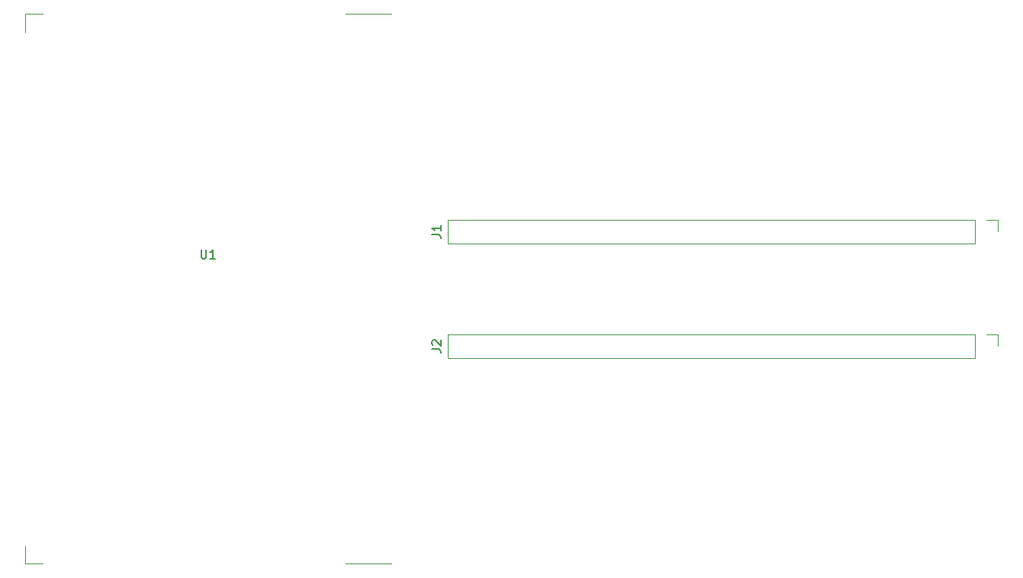
<source format=gbr>
%TF.GenerationSoftware,KiCad,Pcbnew,(6.0.6)*%
%TF.CreationDate,2022-09-05T21:43:04-07:00*%
%TF.ProjectId,core-bb,636f7265-2d62-4622-9e6b-696361645f70,rev?*%
%TF.SameCoordinates,Original*%
%TF.FileFunction,Legend,Top*%
%TF.FilePolarity,Positive*%
%FSLAX46Y46*%
G04 Gerber Fmt 4.6, Leading zero omitted, Abs format (unit mm)*
G04 Created by KiCad (PCBNEW (6.0.6)) date 2022-09-05 21:43:04*
%MOMM*%
%LPD*%
G01*
G04 APERTURE LIST*
%ADD10C,0.150000*%
%ADD11C,0.120000*%
G04 APERTURE END LIST*
D10*
%TO.C,U1*%
X155448095Y-97242380D02*
X155448095Y-98051904D01*
X155495714Y-98147142D01*
X155543333Y-98194761D01*
X155638571Y-98242380D01*
X155829047Y-98242380D01*
X155924285Y-98194761D01*
X155971904Y-98147142D01*
X156019523Y-98051904D01*
X156019523Y-97242380D01*
X157019523Y-98242380D02*
X156448095Y-98242380D01*
X156733809Y-98242380D02*
X156733809Y-97242380D01*
X156638571Y-97385238D01*
X156543333Y-97480476D01*
X156448095Y-97528095D01*
%TO.C,J2*%
X181062380Y-108283333D02*
X181776666Y-108283333D01*
X181919523Y-108330952D01*
X182014761Y-108426190D01*
X182062380Y-108569047D01*
X182062380Y-108664285D01*
X181157619Y-107854761D02*
X181110000Y-107807142D01*
X181062380Y-107711904D01*
X181062380Y-107473809D01*
X181110000Y-107378571D01*
X181157619Y-107330952D01*
X181252857Y-107283333D01*
X181348095Y-107283333D01*
X181490952Y-107330952D01*
X182062380Y-107902380D01*
X182062380Y-107283333D01*
%TO.C,J1*%
X181062380Y-95583333D02*
X181776666Y-95583333D01*
X181919523Y-95630952D01*
X182014761Y-95726190D01*
X182062380Y-95869047D01*
X182062380Y-95964285D01*
X182062380Y-94583333D02*
X182062380Y-95154761D01*
X182062380Y-94869047D02*
X181062380Y-94869047D01*
X181205238Y-94964285D01*
X181300476Y-95059523D01*
X181348095Y-95154761D01*
D11*
%TO.C,U1*%
X135890000Y-73120000D02*
X135890000Y-71120000D01*
X135890000Y-71120000D02*
X137890000Y-71120000D01*
X176530000Y-71120000D02*
X171450000Y-71120000D01*
X135890000Y-132080000D02*
X135890000Y-130080000D01*
X137890000Y-132080000D02*
X135890000Y-132080000D01*
X176530000Y-132080000D02*
X171450000Y-132080000D01*
%TO.C,J2*%
X241300000Y-106620000D02*
X182820000Y-106620000D01*
X243900000Y-106620000D02*
X243900000Y-107950000D01*
X182820000Y-106620000D02*
X182820000Y-109280000D01*
X241300000Y-106620000D02*
X241300000Y-109280000D01*
X241300000Y-109280000D02*
X182820000Y-109280000D01*
X242570000Y-106620000D02*
X243900000Y-106620000D01*
%TO.C,J1*%
X242570000Y-93920000D02*
X243900000Y-93920000D01*
X241300000Y-96580000D02*
X182820000Y-96580000D01*
X241300000Y-93920000D02*
X241300000Y-96580000D01*
X182820000Y-93920000D02*
X182820000Y-96580000D01*
X243900000Y-93920000D02*
X243900000Y-95250000D01*
X241300000Y-93920000D02*
X182820000Y-93920000D01*
%TD*%
M02*

</source>
